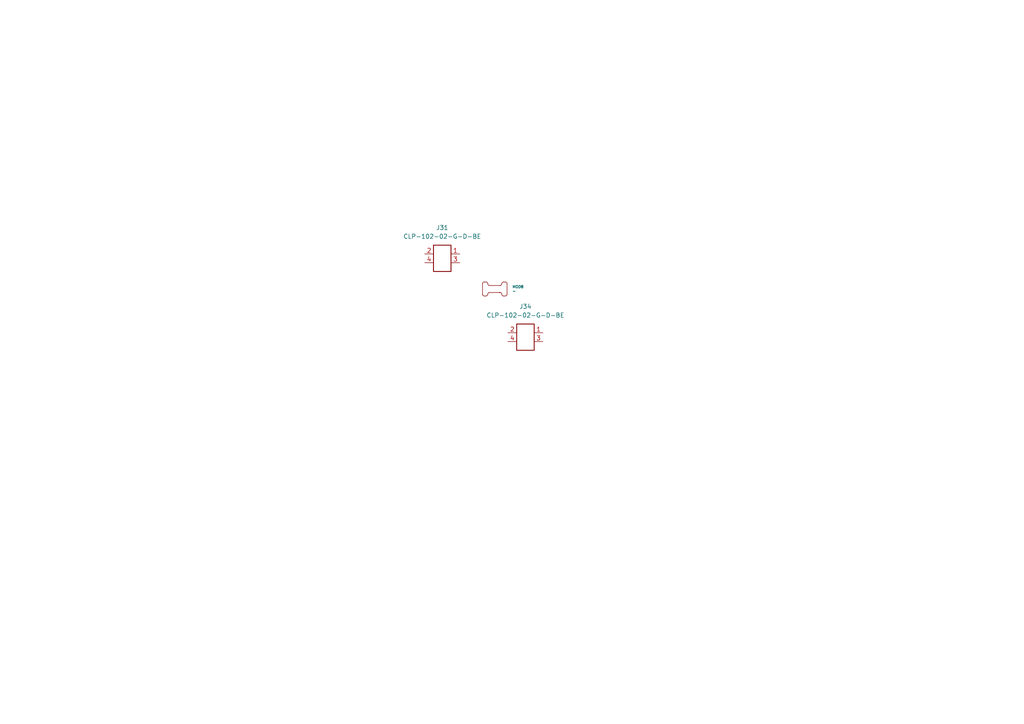
<source format=kicad_sch>
(kicad_sch (version 20250114) (generator "eeschema") (generator_version "9.0")
  (paper "A4")
  (lib_symbols
    (symbol "UNITED_CONNECTORS_DATA_BASE:J_CLP-102-02-G-D-BE" (pin_names (offset 0.254))
      (property "Reference" "J" (at 5.08 5.08 0))
      (property "Value" "CLP-102-02-G-D-BE" (at 5.08 -5.08 0))
      (symbol "J_CLP-102-02-G-D-BE_0_0"
        (pin unspecified line (at -5.08 1.27 0) (length 2.54) (name "") (number "1"))
        (pin unspecified line (at -5.08 -1.27 0) (length 2.54) (name "") (number "3"))
        (pin unspecified line (at 5.08 1.27 180) (length 2.54) (name "") (number "2"))
        (pin unspecified line (at 5.08 -1.27 180) (length 2.54) (name "") (number "4"))
      )
      (symbol "J_CLP-102-02-G-D-BE_1_0"
        (rectangle (start -2.54 3.81) (end 2.54 -3.81) (stroke (width 0.254)))
      )
    )
    (symbol "UNITED_MODULES_DATA_BASE:MINIMAL_LT8304"
      (property "Reference" "MOD" (at 2.54 5.08 0))
      (symbol "MINIMAL_LT8304_0_1"
        (polyline (pts (xy -3.556 1.524) (xy -3.556 -1.524)))
        (polyline (pts (xy -3.048 2.032) (xy -2.54 2.032)))
        (arc (start -3.556 1.524) (mid -3.4072 1.8832) (end -3.048 2.032))
        (arc (start -3.048 -2.032) (mid -3.4072 -1.8832) (end -3.556 -1.524))
        (polyline (pts (xy -3.048 -2.032) (xy -2.54 -2.032)))
        (arc (start -2.54 2.032) (mid -2.1808 1.8832) (end -2.032 1.524))
        (arc (start -2.032 -1.524) (mid -2.1808 -1.8832) (end -2.54 -2.032))
        (arc (start -1.524 1.016) (mid -1.8832 1.1648) (end -2.032 1.524))
        (polyline (pts (xy -1.524 -1.016) (xy 1.524 -1.016)))
        (arc (start -2.032 -1.524) (mid -1.8832 -1.1648) (end -1.524 -1.016))
        (polyline (pts (xy 1.27 -1.016) (xy 1.524 -1.016)))
        (arc (start 2.032 1.524) (mid 1.8832 1.1648) (end 1.524 1.016))
        (polyline (pts (xy 1.524 1.016) (xy -1.524 1.016)))
        (arc (start 1.524 -1.016) (mid 1.8832 -1.1648) (end 2.032 -1.524))
        (polyline (pts (xy 2.54 2.032) (xy 3.048 2.032)))
        (arc (start 2.032 1.524) (mid 2.1808 1.8832) (end 2.54 2.032))
        (arc (start 2.54 -2.032) (mid 2.1808 -1.8832) (end 2.032 -1.524))
        (polyline (pts (xy 2.54 -2.032) (xy 3.048 -2.032)))
        (arc (start 3.048 2.032) (mid 3.4072 1.8832) (end 3.556 1.524))
        (arc (start 3.556 -1.524) (mid 3.4072 -1.8832) (end 3.048 -2.032))
        (polyline (pts (xy 3.556 1.524) (xy 3.556 -1.524)))
      )
    )
  )
  (symbol (lib_id "UNITED_CONNECTORS_DATA_BASE:J_CLP-102-02-G-D-BE") (at 152.4 97.79 0) (mirror y) (unit 1)
    (property "Reference" "J34" (at 152.4 88.9 0))
    (property "Value" "CLP-102-02-G-D-BE" (at 152.4 91.44 0))
    (property "Footprint" "connector_footprints:CLP-102-02-G-D-BE" (effects (hide yes)))
    (property "Datasheet" "https://suddendocs.samtec.com/catalog_english/clp_sm.pdf?_gl=1*1y4jlr9*_gcl_au*MTM0MTYyNTQ5MS4xNzM2MDk5MTUz*_ga*MTYxNDYyMTQ0Mi4xNzM2MDk5MTUz*_ga_3KFNZC07WW*MTczNjY4MDQ4OS4xNS4xLjE3MzY2ODEzNzcuNjAuMC4w" (effects (hide yes)))
    (property "Description" "Samtec CLP-1xx-02-G-D-BE series,  2 positions connector,  1.27 mm pitch,  Black,  Vertical mounting,  5.2 A,  300 V,  Surface Mount,  Tin plated" (effects (hide yes)))
    (property "Color" "Black" (effects (hide yes)))
    (property "Contact Plating" "Tin" (effects (hide yes)))
    (property "Current Rating (A)" "5.2" (effects (hide yes)))
    (property "MPN" "CLP-102-02-G-D-BE" (effects (hide yes)))
    (property "Manufacturer" "Samtec" (effects (hide yes)))
    (property "Mounting Angle" "Vertical" (effects (hide yes)))
    (property "Mounting Style" "Surface Mount" (effects (hide yes)))
    (property "Number of Rows" "2" (effects (hide yes)))
    (property "Pin Count" "2" (effects (hide yes)))
    (property "Pitch (mm)" "1.27" (effects (hide yes)))
    (property "Series" "CLP-1xx-02-G-D-BE" (effects (hide yes)))
    (property "Symbol Name" "J_CLP-102-02-G-D-BE" (effects (hide yes)))
    (property "Trustedparts Search" "https://www.trustedparts.com/en/search/CLP-102-02-G-D-BE" (effects (hide yes)))
    (property "Voltage Rating (V)" "300" (effects (hide yes)))
  )
  (symbol (lib_id "UNITED_CONNECTORS_DATA_BASE:J_CLP-102-02-G-D-BE") (at 128.27 74.93 0) (mirror y) (unit 1)
    (property "Reference" "J31" (at 128.27 66.04 0))
    (property "Value" "CLP-102-02-G-D-BE" (at 128.27 68.58 0))
    (property "Footprint" "connector_footprints:CLP-102-02-G-D-BE" (effects (hide yes)))
    (property "Datasheet" "https://suddendocs.samtec.com/catalog_english/clp_sm.pdf?_gl=1*1y4jlr9*_gcl_au*MTM0MTYyNTQ5MS4xNzM2MDk5MTUz*_ga*MTYxNDYyMTQ0Mi4xNzM2MDk5MTUz*_ga_3KFNZC07WW*MTczNjY4MDQ4OS4xNS4xLjE3MzY2ODEzNzcuNjAuMC4w" (effects (hide yes)))
    (property "Description" "Samtec CLP-1xx-02-G-D-BE series,  2 positions connector,  1.27 mm pitch,  Black,  Vertical mounting,  5.2 A,  300 V,  Surface Mount,  Tin plated" (effects (hide yes)))
    (property "Color" "Black" (effects (hide yes)))
    (property "Contact Plating" "Tin" (effects (hide yes)))
    (property "Current Rating (A)" "5.2" (effects (hide yes)))
    (property "MPN" "CLP-102-02-G-D-BE" (effects (hide yes)))
    (property "Manufacturer" "Samtec" (effects (hide yes)))
    (property "Mounting Angle" "Vertical" (effects (hide yes)))
    (property "Mounting Style" "Surface Mount" (effects (hide yes)))
    (property "Number of Rows" "2" (effects (hide yes)))
    (property "Pin Count" "2" (effects (hide yes)))
    (property "Pitch (mm)" "1.27" (effects (hide yes)))
    (property "Series" "CLP-1xx-02-G-D-BE" (effects (hide yes)))
    (property "Symbol Name" "J_CLP-102-02-G-D-BE" (effects (hide yes)))
    (property "Trustedparts Search" "https://www.trustedparts.com/en/search/CLP-102-02-G-D-BE" (effects (hide yes)))
    (property "Voltage Rating (V)" "300" (effects (hide yes)))
  )
  (symbol (lib_id "UNITED_MODULES_DATA_BASE:MINIMAL_LT8304") (at 143.51 83.82 0) (unit 1)
    (property "Reference" "MOD8" (at 148.59 83.185 0) (effects (font (size 0.762 0.762)) (justify left)))
    (property "Value" "~" (at 148.59 84.455 0) (effects (justify left)))
    (property "Footprint" "modules_footprints:minimal_lt8304" (effects (hide yes)))
  )
)
</source>
